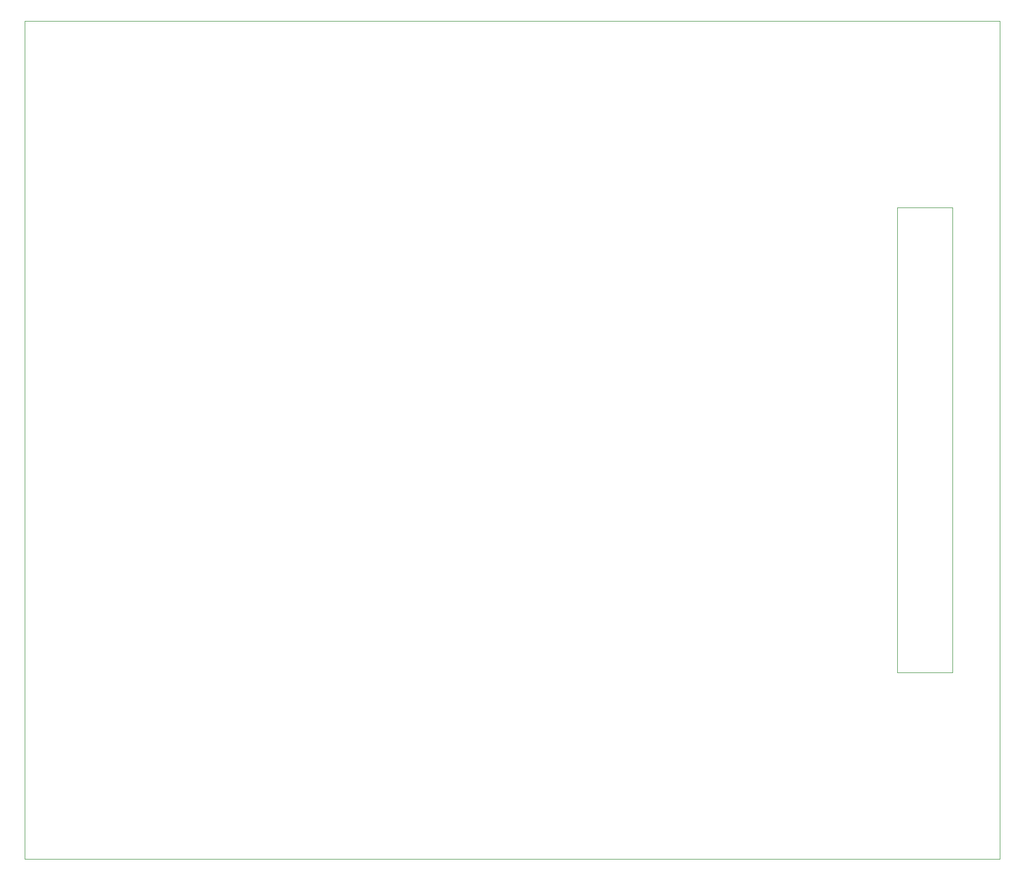
<source format=gbr>
%TF.GenerationSoftware,KiCad,Pcbnew,(5.1.9)-1*%
%TF.CreationDate,2021-03-08T13:05:13-05:00*%
%TF.ProjectId,eInk-picture-frame,65496e6b-2d70-4696-9374-7572652d6672,rev?*%
%TF.SameCoordinates,Original*%
%TF.FileFunction,Profile,NP*%
%FSLAX46Y46*%
G04 Gerber Fmt 4.6, Leading zero omitted, Abs format (unit mm)*
G04 Created by KiCad (PCBNEW (5.1.9)-1) date 2021-03-08 13:05:13*
%MOMM*%
%LPD*%
G01*
G04 APERTURE LIST*
%TA.AperFunction,Profile*%
%ADD10C,0.050000*%
%TD*%
G04 APERTURE END LIST*
D10*
X207010000Y-128270000D02*
X207010000Y-53340000D01*
X215900000Y-128270000D02*
X207010000Y-128270000D01*
X215900000Y-53340000D02*
X215900000Y-128270000D01*
X207010000Y-53340000D02*
X215900000Y-53340000D01*
X66550000Y-158270000D02*
X223550000Y-158270000D01*
X223550000Y-158270000D02*
X223550000Y-23270000D01*
X66550000Y-23270000D02*
X223550000Y-23270000D01*
X66550000Y-158270000D02*
X66550000Y-23270000D01*
M02*

</source>
